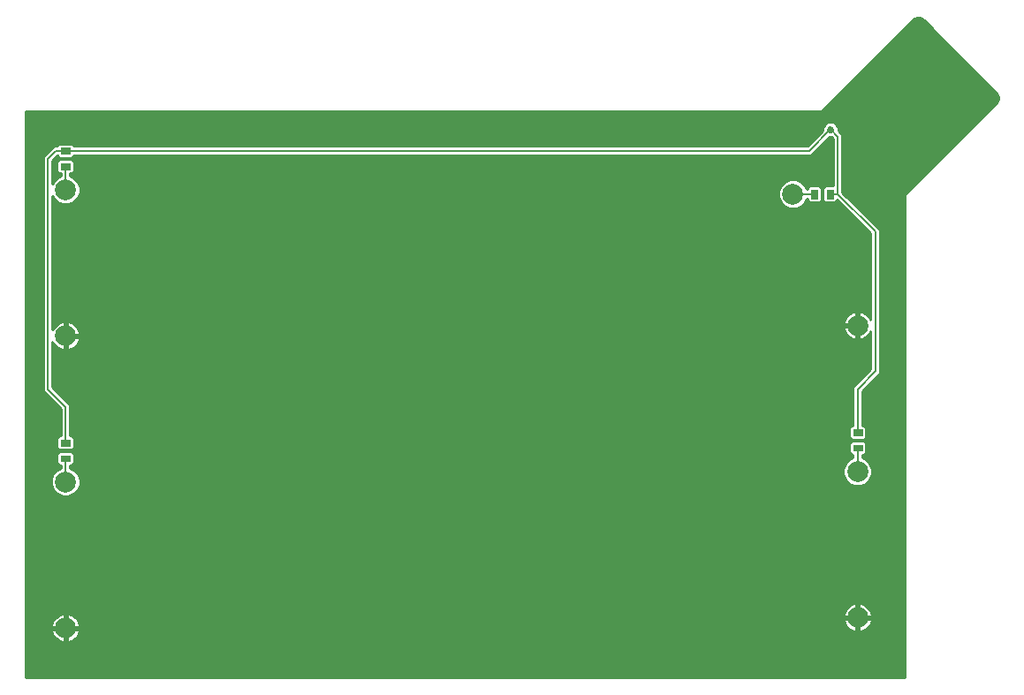
<source format=gbl>
G75*
G70*
%OFA0B0*%
%FSLAX24Y24*%
%IPPOS*%
%LPD*%
%AMOC8*
5,1,8,0,0,1.08239X$1,22.5*
%
%ADD10C,0.0024*%
%ADD11C,0.0787*%
%ADD12C,0.0100*%
%ADD13C,0.0270*%
%ADD14C,0.0050*%
D10*
X020256Y027737D02*
X020256Y027949D01*
X020586Y027949D01*
X020586Y027737D01*
X020256Y027737D01*
X020256Y027760D02*
X020586Y027760D01*
X020586Y027783D02*
X020256Y027783D01*
X020256Y027806D02*
X020586Y027806D01*
X020586Y027829D02*
X020256Y027829D01*
X020256Y027852D02*
X020586Y027852D01*
X020586Y027875D02*
X020256Y027875D01*
X020256Y027898D02*
X020586Y027898D01*
X020586Y027921D02*
X020256Y027921D01*
X020256Y027944D02*
X020586Y027944D01*
X020256Y028327D02*
X020256Y028539D01*
X020586Y028539D01*
X020586Y028327D01*
X020256Y028327D01*
X020256Y028350D02*
X020586Y028350D01*
X020586Y028373D02*
X020256Y028373D01*
X020256Y028396D02*
X020586Y028396D01*
X020586Y028419D02*
X020256Y028419D01*
X020256Y028442D02*
X020586Y028442D01*
X020586Y028465D02*
X020256Y028465D01*
X020256Y028488D02*
X020586Y028488D01*
X020586Y028511D02*
X020256Y028511D01*
X020256Y028534D02*
X020586Y028534D01*
X020256Y038760D02*
X020256Y038972D01*
X020586Y038972D01*
X020586Y038760D01*
X020256Y038760D01*
X020256Y038783D02*
X020586Y038783D01*
X020586Y038806D02*
X020256Y038806D01*
X020256Y038829D02*
X020586Y038829D01*
X020586Y038852D02*
X020256Y038852D01*
X020256Y038875D02*
X020586Y038875D01*
X020586Y038898D02*
X020256Y038898D01*
X020256Y038921D02*
X020586Y038921D01*
X020586Y038944D02*
X020256Y038944D01*
X020256Y038967D02*
X020586Y038967D01*
X020256Y039351D02*
X020256Y039563D01*
X020586Y039563D01*
X020586Y039351D01*
X020256Y039351D01*
X020256Y039374D02*
X020586Y039374D01*
X020586Y039397D02*
X020256Y039397D01*
X020256Y039420D02*
X020586Y039420D01*
X020586Y039443D02*
X020256Y039443D01*
X020256Y039466D02*
X020586Y039466D01*
X020586Y039489D02*
X020256Y039489D01*
X020256Y039512D02*
X020586Y039512D01*
X020586Y039535D02*
X020256Y039535D01*
X020256Y039558D02*
X020586Y039558D01*
X048563Y037988D02*
X048775Y037988D01*
X048775Y037658D01*
X048563Y037658D01*
X048563Y037988D01*
X048563Y037681D02*
X048775Y037681D01*
X048775Y037704D02*
X048563Y037704D01*
X048563Y037727D02*
X048775Y037727D01*
X048775Y037750D02*
X048563Y037750D01*
X048563Y037773D02*
X048775Y037773D01*
X048775Y037796D02*
X048563Y037796D01*
X048563Y037819D02*
X048775Y037819D01*
X048775Y037842D02*
X048563Y037842D01*
X048563Y037865D02*
X048775Y037865D01*
X048775Y037888D02*
X048563Y037888D01*
X048563Y037911D02*
X048775Y037911D01*
X048775Y037934D02*
X048563Y037934D01*
X048563Y037957D02*
X048775Y037957D01*
X048775Y037980D02*
X048563Y037980D01*
X049154Y037988D02*
X049366Y037988D01*
X049366Y037658D01*
X049154Y037658D01*
X049154Y037988D01*
X049154Y037681D02*
X049366Y037681D01*
X049366Y037704D02*
X049154Y037704D01*
X049154Y037727D02*
X049366Y037727D01*
X049366Y037750D02*
X049154Y037750D01*
X049154Y037773D02*
X049366Y037773D01*
X049366Y037796D02*
X049154Y037796D01*
X049154Y037819D02*
X049366Y037819D01*
X049366Y037842D02*
X049154Y037842D01*
X049154Y037865D02*
X049366Y037865D01*
X049366Y037888D02*
X049154Y037888D01*
X049154Y037911D02*
X049366Y037911D01*
X049366Y037934D02*
X049154Y037934D01*
X049154Y037957D02*
X049366Y037957D01*
X049366Y037980D02*
X049154Y037980D01*
X050138Y028933D02*
X050138Y028721D01*
X050138Y028933D02*
X050468Y028933D01*
X050468Y028721D01*
X050138Y028721D01*
X050138Y028744D02*
X050468Y028744D01*
X050468Y028767D02*
X050138Y028767D01*
X050138Y028790D02*
X050468Y028790D01*
X050468Y028813D02*
X050138Y028813D01*
X050138Y028836D02*
X050468Y028836D01*
X050468Y028859D02*
X050138Y028859D01*
X050138Y028882D02*
X050468Y028882D01*
X050468Y028905D02*
X050138Y028905D01*
X050138Y028928D02*
X050468Y028928D01*
X050138Y028342D02*
X050138Y028130D01*
X050138Y028342D02*
X050468Y028342D01*
X050468Y028130D01*
X050138Y028130D01*
X050138Y028153D02*
X050468Y028153D01*
X050468Y028176D02*
X050138Y028176D01*
X050138Y028199D02*
X050468Y028199D01*
X050468Y028222D02*
X050138Y028222D01*
X050138Y028245D02*
X050468Y028245D01*
X050468Y028268D02*
X050138Y028268D01*
X050138Y028291D02*
X050468Y028291D01*
X050468Y028314D02*
X050138Y028314D01*
X050138Y028337D02*
X050468Y028337D01*
D11*
X050303Y027350D03*
X050303Y021839D03*
X050303Y032862D03*
X047862Y037823D03*
X020421Y037980D03*
X020421Y032469D03*
X020421Y026957D03*
X020421Y021445D03*
D12*
X018918Y019587D02*
X018918Y040941D01*
X048948Y040941D01*
X052414Y044407D01*
X052451Y044437D01*
X052539Y044474D01*
X052634Y044474D01*
X052722Y044437D01*
X052759Y044407D01*
X052785Y044381D01*
X052803Y044363D01*
X055549Y041617D01*
X055579Y041580D01*
X055615Y041492D01*
X055615Y041397D01*
X055579Y041309D01*
X055549Y041273D01*
X055505Y041229D01*
X052082Y037806D01*
X052082Y019587D01*
X018918Y019587D01*
X018918Y019609D02*
X052082Y019609D01*
X052082Y019708D02*
X018918Y019708D01*
X018918Y019806D02*
X052082Y019806D01*
X052082Y019905D02*
X018918Y019905D01*
X018918Y020003D02*
X052082Y020003D01*
X052082Y020102D02*
X018918Y020102D01*
X018918Y020200D02*
X052082Y020200D01*
X052082Y020299D02*
X018918Y020299D01*
X018918Y020397D02*
X052082Y020397D01*
X052082Y020496D02*
X018918Y020496D01*
X018918Y020594D02*
X052082Y020594D01*
X052082Y020693D02*
X018918Y020693D01*
X018918Y020791D02*
X052082Y020791D01*
X052082Y020890D02*
X018918Y020890D01*
X018918Y020988D02*
X020125Y020988D01*
X020136Y020980D02*
X020213Y020941D01*
X020294Y020915D01*
X020371Y020902D01*
X020371Y021078D01*
X020471Y021078D01*
X020471Y020902D01*
X020549Y020915D01*
X020630Y020941D01*
X020706Y020980D01*
X020775Y021030D01*
X020836Y021091D01*
X020886Y021160D01*
X020925Y021236D01*
X020952Y021318D01*
X020964Y021395D01*
X020788Y021395D01*
X020788Y021495D01*
X020964Y021495D01*
X020952Y021572D01*
X020925Y021654D01*
X020886Y021730D01*
X020836Y021799D01*
X020775Y021860D01*
X020706Y021910D01*
X020630Y021949D01*
X020549Y021975D01*
X020471Y021987D01*
X020471Y021811D01*
X020371Y021811D01*
X020371Y021987D01*
X020294Y021975D01*
X020213Y021949D01*
X020136Y021910D01*
X020067Y021860D01*
X020007Y021799D01*
X019956Y021730D01*
X019917Y021654D01*
X019891Y021572D01*
X019879Y021495D01*
X020055Y021495D01*
X020055Y021395D01*
X019879Y021395D01*
X019891Y021318D01*
X019917Y021236D01*
X019956Y021160D01*
X020007Y021091D01*
X020067Y021030D01*
X020136Y020980D01*
X020011Y021087D02*
X018918Y021087D01*
X018918Y021185D02*
X019943Y021185D01*
X019902Y021284D02*
X018918Y021284D01*
X018918Y021382D02*
X019881Y021382D01*
X019893Y021579D02*
X018918Y021579D01*
X018918Y021481D02*
X020055Y021481D01*
X019930Y021678D02*
X018918Y021678D01*
X018918Y021776D02*
X019990Y021776D01*
X020088Y021875D02*
X018918Y021875D01*
X018918Y021973D02*
X020287Y021973D01*
X020371Y021973D02*
X020471Y021973D01*
X020555Y021973D02*
X049775Y021973D01*
X049773Y021966D02*
X049761Y021889D01*
X049937Y021889D01*
X049937Y021789D01*
X049761Y021789D01*
X049773Y021711D01*
X049799Y021630D01*
X049838Y021554D01*
X049888Y021484D01*
X049949Y021424D01*
X050018Y021374D01*
X050094Y021335D01*
X050176Y021308D01*
X050253Y021296D01*
X050253Y021472D01*
X050353Y021472D01*
X050353Y021296D01*
X050430Y021308D01*
X050512Y021335D01*
X050588Y021374D01*
X050657Y021424D01*
X050718Y021484D01*
X050768Y021554D01*
X050807Y021630D01*
X050833Y021711D01*
X050846Y021789D01*
X050670Y021789D01*
X050670Y021889D01*
X050846Y021889D01*
X050833Y021966D01*
X050807Y022047D01*
X050768Y022124D01*
X050718Y022193D01*
X050657Y022253D01*
X050588Y022304D01*
X050512Y022342D01*
X050430Y022369D01*
X050353Y022381D01*
X050353Y022205D01*
X050253Y022205D01*
X050253Y022381D01*
X050176Y022369D01*
X050094Y022342D01*
X050018Y022304D01*
X049949Y022253D01*
X049888Y022193D01*
X049838Y022124D01*
X049799Y022047D01*
X049773Y021966D01*
X049812Y022072D02*
X018918Y022072D01*
X018918Y022170D02*
X049872Y022170D01*
X049970Y022269D02*
X018918Y022269D01*
X018918Y022367D02*
X050170Y022367D01*
X050253Y022367D02*
X050353Y022367D01*
X050436Y022367D02*
X052082Y022367D01*
X052082Y022269D02*
X050636Y022269D01*
X050734Y022170D02*
X052082Y022170D01*
X052082Y022072D02*
X050795Y022072D01*
X050831Y021973D02*
X052082Y021973D01*
X052082Y021875D02*
X050670Y021875D01*
X050844Y021776D02*
X052082Y021776D01*
X052082Y021678D02*
X050823Y021678D01*
X050781Y021579D02*
X052082Y021579D01*
X052082Y021481D02*
X050714Y021481D01*
X050600Y021382D02*
X052082Y021382D01*
X052082Y021284D02*
X020941Y021284D01*
X020962Y021382D02*
X050007Y021382D01*
X049892Y021481D02*
X020788Y021481D01*
X020949Y021579D02*
X049825Y021579D01*
X049784Y021678D02*
X020913Y021678D01*
X020853Y021776D02*
X049763Y021776D01*
X049937Y021875D02*
X020755Y021875D01*
X020471Y021875D02*
X020371Y021875D01*
X020899Y021185D02*
X052082Y021185D01*
X052082Y021087D02*
X020832Y021087D01*
X020717Y020988D02*
X052082Y020988D01*
X050353Y021382D02*
X050253Y021382D01*
X050253Y022269D02*
X050353Y022269D01*
X052082Y022466D02*
X018918Y022466D01*
X018918Y022564D02*
X052082Y022564D01*
X052082Y022663D02*
X018918Y022663D01*
X018918Y022761D02*
X052082Y022761D01*
X052082Y022860D02*
X018918Y022860D01*
X018918Y022958D02*
X052082Y022958D01*
X052082Y023057D02*
X018918Y023057D01*
X018918Y023155D02*
X052082Y023155D01*
X052082Y023254D02*
X018918Y023254D01*
X018918Y023352D02*
X052082Y023352D01*
X052082Y023451D02*
X018918Y023451D01*
X018918Y023549D02*
X052082Y023549D01*
X052082Y023648D02*
X018918Y023648D01*
X018918Y023746D02*
X052082Y023746D01*
X052082Y023845D02*
X018918Y023845D01*
X018918Y023943D02*
X052082Y023943D01*
X052082Y024042D02*
X018918Y024042D01*
X018918Y024140D02*
X052082Y024140D01*
X052082Y024239D02*
X018918Y024239D01*
X018918Y024337D02*
X052082Y024337D01*
X052082Y024436D02*
X018918Y024436D01*
X018918Y024534D02*
X052082Y024534D01*
X052082Y024633D02*
X018918Y024633D01*
X018918Y024731D02*
X052082Y024731D01*
X052082Y024830D02*
X018918Y024830D01*
X018918Y024928D02*
X052082Y024928D01*
X052082Y025027D02*
X018918Y025027D01*
X018918Y025125D02*
X052082Y025125D01*
X052082Y025224D02*
X018918Y025224D01*
X018918Y025322D02*
X052082Y025322D01*
X052082Y025421D02*
X018918Y025421D01*
X018918Y025519D02*
X052082Y025519D01*
X052082Y025618D02*
X018918Y025618D01*
X018918Y025716D02*
X052082Y025716D01*
X052082Y025815D02*
X018918Y025815D01*
X018918Y025913D02*
X052082Y025913D01*
X052082Y026012D02*
X018918Y026012D01*
X018918Y026110D02*
X052082Y026110D01*
X052082Y026209D02*
X018918Y026209D01*
X018918Y026307D02*
X052082Y026307D01*
X052082Y026406D02*
X018918Y026406D01*
X018918Y026504D02*
X020105Y026504D01*
X020113Y026496D02*
X020313Y026413D01*
X020529Y026413D01*
X020729Y026496D01*
X020882Y026649D01*
X020965Y026849D01*
X020965Y027065D01*
X020882Y027265D01*
X020729Y027418D01*
X020596Y027473D01*
X020596Y027574D01*
X020654Y027574D01*
X020748Y027669D01*
X020748Y028016D01*
X020654Y028111D01*
X020189Y028111D01*
X020094Y028016D01*
X020094Y027669D01*
X020189Y027574D01*
X020246Y027574D01*
X020246Y027473D01*
X020113Y027418D01*
X019960Y027265D01*
X019878Y027065D01*
X019878Y026849D01*
X019960Y026649D01*
X020113Y026496D01*
X020006Y026603D02*
X018918Y026603D01*
X018918Y026701D02*
X019939Y026701D01*
X019898Y026800D02*
X018918Y026800D01*
X018918Y026898D02*
X019878Y026898D01*
X019878Y026997D02*
X018918Y026997D01*
X018918Y027095D02*
X019890Y027095D01*
X019931Y027194D02*
X018918Y027194D01*
X018918Y027292D02*
X019988Y027292D01*
X020086Y027391D02*
X018918Y027391D01*
X018918Y027489D02*
X020246Y027489D01*
X020176Y027588D02*
X018918Y027588D01*
X018918Y027686D02*
X020094Y027686D01*
X020094Y027785D02*
X018918Y027785D01*
X018918Y027883D02*
X020094Y027883D01*
X020094Y027982D02*
X018918Y027982D01*
X018918Y028080D02*
X020158Y028080D01*
X020189Y028165D02*
X020654Y028165D01*
X020748Y028260D01*
X020748Y028606D01*
X020654Y028701D01*
X020596Y028701D01*
X020596Y029864D01*
X019927Y030533D01*
X019927Y032241D01*
X019956Y032184D01*
X020007Y032114D01*
X020067Y032054D01*
X020136Y032003D01*
X020213Y031965D01*
X020294Y031938D01*
X020371Y031926D01*
X020371Y032102D01*
X020471Y032102D01*
X020471Y031926D01*
X020549Y031938D01*
X020630Y031965D01*
X020706Y032003D01*
X020775Y032054D01*
X020836Y032114D01*
X020886Y032184D01*
X020925Y032260D01*
X020952Y032341D01*
X020964Y032419D01*
X020788Y032419D01*
X020788Y032519D01*
X020964Y032519D01*
X020952Y032596D01*
X020925Y032677D01*
X020886Y032753D01*
X020836Y032823D01*
X020775Y032883D01*
X020706Y032934D01*
X020630Y032972D01*
X020549Y032999D01*
X020471Y033011D01*
X020471Y032835D01*
X020371Y032835D01*
X020371Y033011D01*
X020294Y032999D01*
X020213Y032972D01*
X020136Y032934D01*
X020067Y032883D01*
X020007Y032823D01*
X019956Y032753D01*
X019927Y032696D01*
X019927Y037753D01*
X019960Y037672D01*
X020113Y037519D01*
X020313Y037437D01*
X020529Y037437D01*
X020729Y037519D01*
X020882Y037672D01*
X020965Y037872D01*
X020965Y038088D01*
X020882Y038288D01*
X020729Y038441D01*
X020596Y038496D01*
X020596Y038598D01*
X020654Y038598D01*
X020748Y038693D01*
X020748Y039039D01*
X020654Y039134D01*
X020189Y039134D01*
X020094Y039039D01*
X020094Y038693D01*
X020189Y038598D01*
X020246Y038598D01*
X020246Y038496D01*
X020113Y038441D01*
X019960Y038288D01*
X019927Y038208D01*
X019927Y039089D01*
X020108Y039270D01*
X020189Y039189D01*
X020654Y039189D01*
X020747Y039282D01*
X048545Y039282D01*
X048647Y039384D01*
X049237Y039974D01*
X049322Y039974D01*
X049380Y039916D01*
X049380Y038150D01*
X049087Y038150D01*
X048992Y038055D01*
X048992Y037590D01*
X049087Y037496D01*
X049433Y037496D01*
X049528Y037590D01*
X049528Y037603D01*
X050797Y036333D01*
X050797Y033090D01*
X050768Y033147D01*
X050718Y033216D01*
X050657Y033277D01*
X050588Y033327D01*
X050512Y033366D01*
X050430Y033393D01*
X050353Y033405D01*
X050353Y033229D01*
X050253Y033229D01*
X050253Y033405D01*
X050176Y033393D01*
X050094Y033366D01*
X050018Y033327D01*
X049949Y033277D01*
X049888Y033216D01*
X049838Y033147D01*
X049799Y033071D01*
X049773Y032990D01*
X049761Y032912D01*
X049937Y032912D01*
X049937Y032812D01*
X049761Y032812D01*
X049773Y032735D01*
X049799Y032653D01*
X049838Y032577D01*
X049888Y032508D01*
X049949Y032447D01*
X050018Y032397D01*
X050094Y032358D01*
X050176Y032332D01*
X050253Y032320D01*
X050253Y032496D01*
X050353Y032496D01*
X050353Y032320D01*
X050430Y032332D01*
X050512Y032358D01*
X050588Y032397D01*
X050657Y032447D01*
X050718Y032508D01*
X050768Y032577D01*
X050797Y032635D01*
X050797Y031202D01*
X050128Y030533D01*
X050128Y029095D01*
X050071Y029095D01*
X049976Y029000D01*
X049976Y028653D01*
X050071Y028559D01*
X050536Y028559D01*
X050630Y028653D01*
X050630Y029000D01*
X050536Y029095D01*
X050478Y029095D01*
X050478Y030388D01*
X051045Y030955D01*
X051147Y031057D01*
X051147Y036478D01*
X049730Y037895D01*
X049730Y040061D01*
X049628Y040163D01*
X049628Y040163D01*
X049565Y040226D01*
X049565Y040316D01*
X049521Y040421D01*
X049441Y040501D01*
X049336Y040544D01*
X049223Y040544D01*
X049118Y040501D01*
X049038Y040421D01*
X048995Y040316D01*
X048995Y040226D01*
X048400Y039632D01*
X020747Y039632D01*
X020654Y039725D01*
X020189Y039725D01*
X020096Y039632D01*
X019975Y039632D01*
X019872Y039529D01*
X019577Y039234D01*
X019577Y030388D01*
X019679Y030286D01*
X020246Y029719D01*
X020246Y028701D01*
X020189Y028701D01*
X020094Y028606D01*
X020094Y028260D01*
X020189Y028165D01*
X020175Y028179D02*
X018918Y028179D01*
X018918Y028277D02*
X020094Y028277D01*
X020094Y028376D02*
X018918Y028376D01*
X018918Y028474D02*
X020094Y028474D01*
X020094Y028573D02*
X018918Y028573D01*
X018918Y028671D02*
X020159Y028671D01*
X020246Y028770D02*
X018918Y028770D01*
X018918Y028868D02*
X020246Y028868D01*
X020246Y028967D02*
X018918Y028967D01*
X018918Y029065D02*
X020246Y029065D01*
X020246Y029164D02*
X018918Y029164D01*
X018918Y029262D02*
X020246Y029262D01*
X020246Y029361D02*
X018918Y029361D01*
X018918Y029459D02*
X020246Y029459D01*
X020246Y029558D02*
X018918Y029558D01*
X018918Y029656D02*
X020246Y029656D01*
X020211Y029755D02*
X018918Y029755D01*
X018918Y029853D02*
X020112Y029853D01*
X020014Y029952D02*
X018918Y029952D01*
X018918Y030050D02*
X019915Y030050D01*
X019817Y030149D02*
X018918Y030149D01*
X018918Y030247D02*
X019718Y030247D01*
X019620Y030346D02*
X018918Y030346D01*
X018918Y030444D02*
X019577Y030444D01*
X019577Y030543D02*
X018918Y030543D01*
X018918Y030641D02*
X019577Y030641D01*
X019577Y030740D02*
X018918Y030740D01*
X018918Y030838D02*
X019577Y030838D01*
X019577Y030937D02*
X018918Y030937D01*
X018918Y031035D02*
X019577Y031035D01*
X019577Y031134D02*
X018918Y031134D01*
X018918Y031232D02*
X019577Y031232D01*
X019577Y031331D02*
X018918Y031331D01*
X018918Y031429D02*
X019577Y031429D01*
X019577Y031528D02*
X018918Y031528D01*
X018918Y031626D02*
X019577Y031626D01*
X019577Y031725D02*
X018918Y031725D01*
X018918Y031823D02*
X019577Y031823D01*
X019577Y031922D02*
X018918Y031922D01*
X018918Y032020D02*
X019577Y032020D01*
X019577Y032119D02*
X018918Y032119D01*
X018918Y032217D02*
X019577Y032217D01*
X019577Y032316D02*
X018918Y032316D01*
X018918Y032414D02*
X019577Y032414D01*
X019577Y032513D02*
X018918Y032513D01*
X018918Y032611D02*
X019577Y032611D01*
X019577Y032710D02*
X018918Y032710D01*
X018918Y032808D02*
X019577Y032808D01*
X019577Y032907D02*
X018918Y032907D01*
X018918Y033005D02*
X019577Y033005D01*
X019577Y033104D02*
X018918Y033104D01*
X018918Y033202D02*
X019577Y033202D01*
X019577Y033301D02*
X018918Y033301D01*
X018918Y033399D02*
X019577Y033399D01*
X019577Y033498D02*
X018918Y033498D01*
X018918Y033596D02*
X019577Y033596D01*
X019577Y033695D02*
X018918Y033695D01*
X018918Y033793D02*
X019577Y033793D01*
X019577Y033892D02*
X018918Y033892D01*
X018918Y033990D02*
X019577Y033990D01*
X019577Y034089D02*
X018918Y034089D01*
X018918Y034187D02*
X019577Y034187D01*
X019577Y034286D02*
X018918Y034286D01*
X018918Y034384D02*
X019577Y034384D01*
X019577Y034483D02*
X018918Y034483D01*
X018918Y034581D02*
X019577Y034581D01*
X019577Y034680D02*
X018918Y034680D01*
X018918Y034778D02*
X019577Y034778D01*
X019577Y034877D02*
X018918Y034877D01*
X018918Y034975D02*
X019577Y034975D01*
X019577Y035074D02*
X018918Y035074D01*
X018918Y035172D02*
X019577Y035172D01*
X019577Y035271D02*
X018918Y035271D01*
X018918Y035369D02*
X019577Y035369D01*
X019577Y035468D02*
X018918Y035468D01*
X018918Y035566D02*
X019577Y035566D01*
X019577Y035665D02*
X018918Y035665D01*
X018918Y035763D02*
X019577Y035763D01*
X019577Y035862D02*
X018918Y035862D01*
X018918Y035960D02*
X019577Y035960D01*
X019577Y036059D02*
X018918Y036059D01*
X018918Y036157D02*
X019577Y036157D01*
X019577Y036256D02*
X018918Y036256D01*
X018918Y036354D02*
X019577Y036354D01*
X019577Y036453D02*
X018918Y036453D01*
X018918Y036551D02*
X019577Y036551D01*
X019577Y036650D02*
X018918Y036650D01*
X018918Y036748D02*
X019577Y036748D01*
X019577Y036847D02*
X018918Y036847D01*
X018918Y036945D02*
X019577Y036945D01*
X019577Y037044D02*
X018918Y037044D01*
X018918Y037142D02*
X019577Y037142D01*
X019577Y037241D02*
X018918Y037241D01*
X018918Y037339D02*
X019577Y037339D01*
X019577Y037438D02*
X018918Y037438D01*
X018918Y037536D02*
X019577Y037536D01*
X019577Y037635D02*
X018918Y037635D01*
X018918Y037733D02*
X019577Y037733D01*
X019577Y037832D02*
X018918Y037832D01*
X018918Y037930D02*
X019577Y037930D01*
X019577Y038029D02*
X018918Y038029D01*
X018918Y038127D02*
X019577Y038127D01*
X019577Y038226D02*
X018918Y038226D01*
X018918Y038324D02*
X019577Y038324D01*
X019577Y038423D02*
X018918Y038423D01*
X018918Y038521D02*
X019577Y038521D01*
X019577Y038620D02*
X018918Y038620D01*
X018918Y038718D02*
X019577Y038718D01*
X019577Y038817D02*
X018918Y038817D01*
X018918Y038915D02*
X019577Y038915D01*
X019577Y039014D02*
X018918Y039014D01*
X018918Y039112D02*
X019577Y039112D01*
X019577Y039211D02*
X018918Y039211D01*
X018918Y039309D02*
X019652Y039309D01*
X019751Y039408D02*
X018918Y039408D01*
X018918Y039506D02*
X019849Y039506D01*
X019948Y039605D02*
X018918Y039605D01*
X018918Y039703D02*
X020167Y039703D01*
X020167Y039211D02*
X020049Y039211D01*
X019950Y039112D02*
X020167Y039112D01*
X020094Y039014D02*
X019927Y039014D01*
X019927Y038915D02*
X020094Y038915D01*
X020094Y038817D02*
X019927Y038817D01*
X019927Y038718D02*
X020094Y038718D01*
X020167Y038620D02*
X019927Y038620D01*
X019927Y038521D02*
X020246Y038521D01*
X020095Y038423D02*
X019927Y038423D01*
X019927Y038324D02*
X019996Y038324D01*
X019934Y038226D02*
X019927Y038226D01*
X019927Y037733D02*
X019935Y037733D01*
X019927Y037635D02*
X019998Y037635D01*
X019927Y037536D02*
X020097Y037536D01*
X019927Y037438D02*
X020311Y037438D01*
X020532Y037438D02*
X047479Y037438D01*
X047554Y037362D02*
X047754Y037279D01*
X047970Y037279D01*
X048170Y037362D01*
X048323Y037515D01*
X048378Y037648D01*
X048401Y037648D01*
X048401Y037590D01*
X048496Y037496D01*
X048843Y037496D01*
X048937Y037590D01*
X048937Y038055D01*
X048843Y038150D01*
X048496Y038150D01*
X048401Y038055D01*
X048401Y037998D01*
X048378Y037998D01*
X048323Y038131D01*
X048170Y038284D01*
X047970Y038367D01*
X047754Y038367D01*
X047554Y038284D01*
X047401Y038131D01*
X047319Y037931D01*
X047319Y037715D01*
X047401Y037515D01*
X047554Y037362D01*
X047609Y037339D02*
X019927Y037339D01*
X019927Y037241D02*
X049890Y037241D01*
X049791Y037339D02*
X048115Y037339D01*
X048246Y037438D02*
X049693Y037438D01*
X049594Y037536D02*
X049474Y037536D01*
X049046Y037536D02*
X048883Y037536D01*
X048937Y037635D02*
X048992Y037635D01*
X048992Y037733D02*
X048937Y037733D01*
X048937Y037832D02*
X048992Y037832D01*
X048992Y037930D02*
X048937Y037930D01*
X048937Y038029D02*
X048992Y038029D01*
X049064Y038127D02*
X048866Y038127D01*
X048473Y038127D02*
X048325Y038127D01*
X048365Y038029D02*
X048401Y038029D01*
X048228Y038226D02*
X049380Y038226D01*
X049380Y038324D02*
X048073Y038324D01*
X047652Y038324D02*
X020846Y038324D01*
X020908Y038226D02*
X047496Y038226D01*
X047400Y038127D02*
X020949Y038127D01*
X020965Y038029D02*
X047359Y038029D01*
X047319Y037930D02*
X020965Y037930D01*
X020948Y037832D02*
X047319Y037832D01*
X047319Y037733D02*
X020907Y037733D01*
X020844Y037635D02*
X047352Y037635D01*
X047392Y037536D02*
X020746Y037536D01*
X020748Y038423D02*
X049380Y038423D01*
X049380Y038521D02*
X020596Y038521D01*
X020675Y038620D02*
X049380Y038620D01*
X049380Y038718D02*
X020748Y038718D01*
X020748Y038817D02*
X049380Y038817D01*
X049380Y038915D02*
X020748Y038915D01*
X020748Y039014D02*
X049380Y039014D01*
X049380Y039112D02*
X020676Y039112D01*
X020676Y039211D02*
X049380Y039211D01*
X049380Y039309D02*
X048572Y039309D01*
X048647Y039384D02*
X048647Y039384D01*
X048671Y039408D02*
X049380Y039408D01*
X049380Y039506D02*
X048769Y039506D01*
X048868Y039605D02*
X049380Y039605D01*
X049380Y039703D02*
X048966Y039703D01*
X049065Y039802D02*
X049380Y039802D01*
X049380Y039900D02*
X049163Y039900D01*
X048964Y040196D02*
X018918Y040196D01*
X018918Y040294D02*
X048995Y040294D01*
X049026Y040393D02*
X018918Y040393D01*
X018918Y040491D02*
X049108Y040491D01*
X049451Y040491D02*
X054767Y040491D01*
X054669Y040393D02*
X049533Y040393D01*
X049565Y040294D02*
X054570Y040294D01*
X054472Y040196D02*
X049595Y040196D01*
X049694Y040097D02*
X054373Y040097D01*
X054275Y039999D02*
X049730Y039999D01*
X049730Y039900D02*
X054176Y039900D01*
X054078Y039802D02*
X049730Y039802D01*
X049730Y039703D02*
X053979Y039703D01*
X053881Y039605D02*
X049730Y039605D01*
X049730Y039506D02*
X053782Y039506D01*
X053684Y039408D02*
X049730Y039408D01*
X049730Y039309D02*
X053585Y039309D01*
X053487Y039211D02*
X049730Y039211D01*
X049730Y039112D02*
X053388Y039112D01*
X053290Y039014D02*
X049730Y039014D01*
X049730Y038915D02*
X053191Y038915D01*
X053093Y038817D02*
X049730Y038817D01*
X049730Y038718D02*
X052994Y038718D01*
X052896Y038620D02*
X049730Y038620D01*
X049730Y038521D02*
X052797Y038521D01*
X052699Y038423D02*
X049730Y038423D01*
X049730Y038324D02*
X052600Y038324D01*
X052502Y038226D02*
X049730Y038226D01*
X049730Y038127D02*
X052403Y038127D01*
X052305Y038029D02*
X049730Y038029D01*
X049730Y037930D02*
X052206Y037930D01*
X052108Y037832D02*
X049794Y037832D01*
X049892Y037733D02*
X052082Y037733D01*
X052082Y037635D02*
X049991Y037635D01*
X050089Y037536D02*
X052082Y037536D01*
X052082Y037438D02*
X050188Y037438D01*
X050286Y037339D02*
X052082Y037339D01*
X052082Y037241D02*
X050385Y037241D01*
X050483Y037142D02*
X052082Y037142D01*
X052082Y037044D02*
X050582Y037044D01*
X050680Y036945D02*
X052082Y036945D01*
X052082Y036847D02*
X050779Y036847D01*
X050877Y036748D02*
X052082Y036748D01*
X052082Y036650D02*
X050976Y036650D01*
X051074Y036551D02*
X052082Y036551D01*
X052082Y036453D02*
X051147Y036453D01*
X051147Y036354D02*
X052082Y036354D01*
X052082Y036256D02*
X051147Y036256D01*
X051147Y036157D02*
X052082Y036157D01*
X052082Y036059D02*
X051147Y036059D01*
X051147Y035960D02*
X052082Y035960D01*
X052082Y035862D02*
X051147Y035862D01*
X051147Y035763D02*
X052082Y035763D01*
X052082Y035665D02*
X051147Y035665D01*
X051147Y035566D02*
X052082Y035566D01*
X052082Y035468D02*
X051147Y035468D01*
X051147Y035369D02*
X052082Y035369D01*
X052082Y035271D02*
X051147Y035271D01*
X051147Y035172D02*
X052082Y035172D01*
X052082Y035074D02*
X051147Y035074D01*
X051147Y034975D02*
X052082Y034975D01*
X052082Y034877D02*
X051147Y034877D01*
X051147Y034778D02*
X052082Y034778D01*
X052082Y034680D02*
X051147Y034680D01*
X051147Y034581D02*
X052082Y034581D01*
X052082Y034483D02*
X051147Y034483D01*
X051147Y034384D02*
X052082Y034384D01*
X052082Y034286D02*
X051147Y034286D01*
X051147Y034187D02*
X052082Y034187D01*
X052082Y034089D02*
X051147Y034089D01*
X051147Y033990D02*
X052082Y033990D01*
X052082Y033892D02*
X051147Y033892D01*
X051147Y033793D02*
X052082Y033793D01*
X052082Y033695D02*
X051147Y033695D01*
X051147Y033596D02*
X052082Y033596D01*
X052082Y033498D02*
X051147Y033498D01*
X051147Y033399D02*
X052082Y033399D01*
X052082Y033301D02*
X051147Y033301D01*
X051147Y033202D02*
X052082Y033202D01*
X052082Y033104D02*
X051147Y033104D01*
X051147Y033005D02*
X052082Y033005D01*
X052082Y032907D02*
X051147Y032907D01*
X051147Y032808D02*
X052082Y032808D01*
X052082Y032710D02*
X051147Y032710D01*
X051147Y032611D02*
X052082Y032611D01*
X052082Y032513D02*
X051147Y032513D01*
X051147Y032414D02*
X052082Y032414D01*
X052082Y032316D02*
X051147Y032316D01*
X051147Y032217D02*
X052082Y032217D01*
X052082Y032119D02*
X051147Y032119D01*
X051147Y032020D02*
X052082Y032020D01*
X052082Y031922D02*
X051147Y031922D01*
X051147Y031823D02*
X052082Y031823D01*
X052082Y031725D02*
X051147Y031725D01*
X051147Y031626D02*
X052082Y031626D01*
X052082Y031528D02*
X051147Y031528D01*
X051147Y031429D02*
X052082Y031429D01*
X052082Y031331D02*
X051147Y031331D01*
X051147Y031232D02*
X052082Y031232D01*
X052082Y031134D02*
X051147Y031134D01*
X051125Y031035D02*
X052082Y031035D01*
X052082Y030937D02*
X051027Y030937D01*
X050928Y030838D02*
X052082Y030838D01*
X052082Y030740D02*
X050830Y030740D01*
X050731Y030641D02*
X052082Y030641D01*
X052082Y030543D02*
X050633Y030543D01*
X050534Y030444D02*
X052082Y030444D01*
X052082Y030346D02*
X050478Y030346D01*
X050478Y030247D02*
X052082Y030247D01*
X052082Y030149D02*
X050478Y030149D01*
X050478Y030050D02*
X052082Y030050D01*
X052082Y029952D02*
X050478Y029952D01*
X050478Y029853D02*
X052082Y029853D01*
X052082Y029755D02*
X050478Y029755D01*
X050478Y029656D02*
X052082Y029656D01*
X052082Y029558D02*
X050478Y029558D01*
X050478Y029459D02*
X052082Y029459D01*
X052082Y029361D02*
X050478Y029361D01*
X050478Y029262D02*
X052082Y029262D01*
X052082Y029164D02*
X050478Y029164D01*
X050565Y029065D02*
X052082Y029065D01*
X052082Y028967D02*
X050630Y028967D01*
X050630Y028868D02*
X052082Y028868D01*
X052082Y028770D02*
X050630Y028770D01*
X050630Y028671D02*
X052082Y028671D01*
X052082Y028573D02*
X050549Y028573D01*
X050536Y028504D02*
X050071Y028504D01*
X049976Y028410D01*
X049976Y028063D01*
X050071Y027968D01*
X050128Y027968D01*
X050128Y027866D01*
X049995Y027811D01*
X049842Y027658D01*
X049759Y027459D01*
X049759Y027242D01*
X049842Y027042D01*
X049995Y026889D01*
X050195Y026807D01*
X050411Y026807D01*
X050611Y026889D01*
X050764Y027042D01*
X050847Y027242D01*
X050847Y027459D01*
X050764Y027658D01*
X050611Y027811D01*
X050478Y027866D01*
X050478Y027968D01*
X050536Y027968D01*
X050630Y028063D01*
X050630Y028410D01*
X050536Y028504D01*
X050566Y028474D02*
X052082Y028474D01*
X052082Y028376D02*
X050630Y028376D01*
X050630Y028277D02*
X052082Y028277D01*
X052082Y028179D02*
X050630Y028179D01*
X050630Y028080D02*
X052082Y028080D01*
X052082Y027982D02*
X050549Y027982D01*
X050478Y027883D02*
X052082Y027883D01*
X052082Y027785D02*
X050638Y027785D01*
X050736Y027686D02*
X052082Y027686D01*
X052082Y027588D02*
X050793Y027588D01*
X050834Y027489D02*
X052082Y027489D01*
X052082Y027391D02*
X050847Y027391D01*
X050847Y027292D02*
X052082Y027292D01*
X052082Y027194D02*
X050827Y027194D01*
X050786Y027095D02*
X052082Y027095D01*
X052082Y026997D02*
X050718Y026997D01*
X050620Y026898D02*
X052082Y026898D01*
X052082Y026800D02*
X020945Y026800D01*
X020965Y026898D02*
X049987Y026898D01*
X049888Y026997D02*
X020965Y026997D01*
X020952Y027095D02*
X049820Y027095D01*
X049780Y027194D02*
X020912Y027194D01*
X020855Y027292D02*
X049759Y027292D01*
X049759Y027391D02*
X020756Y027391D01*
X020596Y027489D02*
X049772Y027489D01*
X049813Y027588D02*
X020667Y027588D01*
X020748Y027686D02*
X049870Y027686D01*
X049968Y027785D02*
X020748Y027785D01*
X020748Y027883D02*
X050128Y027883D01*
X050057Y027982D02*
X020748Y027982D01*
X020684Y028080D02*
X049976Y028080D01*
X049976Y028179D02*
X020667Y028179D01*
X020748Y028277D02*
X049976Y028277D01*
X049976Y028376D02*
X020748Y028376D01*
X020748Y028474D02*
X050041Y028474D01*
X050057Y028573D02*
X020748Y028573D01*
X020684Y028671D02*
X049976Y028671D01*
X049976Y028770D02*
X020596Y028770D01*
X020596Y028868D02*
X049976Y028868D01*
X049976Y028967D02*
X020596Y028967D01*
X020596Y029065D02*
X050041Y029065D01*
X050128Y029164D02*
X020596Y029164D01*
X020596Y029262D02*
X050128Y029262D01*
X050128Y029361D02*
X020596Y029361D01*
X020596Y029459D02*
X050128Y029459D01*
X050128Y029558D02*
X020596Y029558D01*
X020596Y029656D02*
X050128Y029656D01*
X050128Y029755D02*
X020596Y029755D01*
X020596Y029853D02*
X050128Y029853D01*
X050128Y029952D02*
X020509Y029952D01*
X020410Y030050D02*
X050128Y030050D01*
X050128Y030149D02*
X020312Y030149D01*
X020213Y030247D02*
X050128Y030247D01*
X050128Y030346D02*
X020115Y030346D01*
X020016Y030444D02*
X050128Y030444D01*
X050138Y030543D02*
X019927Y030543D01*
X019927Y030641D02*
X050236Y030641D01*
X050335Y030740D02*
X019927Y030740D01*
X019927Y030838D02*
X050433Y030838D01*
X050532Y030937D02*
X019927Y030937D01*
X019927Y031035D02*
X050630Y031035D01*
X050729Y031134D02*
X019927Y031134D01*
X019927Y031232D02*
X050797Y031232D01*
X050797Y031331D02*
X019927Y031331D01*
X019927Y031429D02*
X050797Y031429D01*
X050797Y031528D02*
X019927Y031528D01*
X019927Y031626D02*
X050797Y031626D01*
X050797Y031725D02*
X019927Y031725D01*
X019927Y031823D02*
X050797Y031823D01*
X050797Y031922D02*
X019927Y031922D01*
X019927Y032020D02*
X020113Y032020D01*
X020003Y032119D02*
X019927Y032119D01*
X019927Y032217D02*
X019939Y032217D01*
X020371Y032020D02*
X020471Y032020D01*
X020729Y032020D02*
X050797Y032020D01*
X050797Y032119D02*
X020839Y032119D01*
X020903Y032217D02*
X050797Y032217D01*
X050797Y032316D02*
X020943Y032316D01*
X020963Y032414D02*
X049995Y032414D01*
X049885Y032513D02*
X020788Y032513D01*
X020947Y032611D02*
X049821Y032611D01*
X049781Y032710D02*
X020909Y032710D01*
X020847Y032808D02*
X049761Y032808D01*
X049778Y033005D02*
X020509Y033005D01*
X020471Y033005D02*
X020371Y033005D01*
X020334Y033005D02*
X019927Y033005D01*
X019927Y032907D02*
X020099Y032907D01*
X019996Y032808D02*
X019927Y032808D01*
X019927Y032710D02*
X019934Y032710D01*
X019927Y033104D02*
X049816Y033104D01*
X049878Y033202D02*
X019927Y033202D01*
X019927Y033301D02*
X049982Y033301D01*
X050217Y033399D02*
X019927Y033399D01*
X019927Y033498D02*
X050797Y033498D01*
X050797Y033596D02*
X019927Y033596D01*
X019927Y033695D02*
X050797Y033695D01*
X050797Y033793D02*
X019927Y033793D01*
X019927Y033892D02*
X050797Y033892D01*
X050797Y033990D02*
X019927Y033990D01*
X019927Y034089D02*
X050797Y034089D01*
X050797Y034187D02*
X019927Y034187D01*
X019927Y034286D02*
X050797Y034286D01*
X050797Y034384D02*
X019927Y034384D01*
X019927Y034483D02*
X050797Y034483D01*
X050797Y034581D02*
X019927Y034581D01*
X019927Y034680D02*
X050797Y034680D01*
X050797Y034778D02*
X019927Y034778D01*
X019927Y034877D02*
X050797Y034877D01*
X050797Y034975D02*
X019927Y034975D01*
X019927Y035074D02*
X050797Y035074D01*
X050797Y035172D02*
X019927Y035172D01*
X019927Y035271D02*
X050797Y035271D01*
X050797Y035369D02*
X019927Y035369D01*
X019927Y035468D02*
X050797Y035468D01*
X050797Y035566D02*
X019927Y035566D01*
X019927Y035665D02*
X050797Y035665D01*
X050797Y035763D02*
X019927Y035763D01*
X019927Y035862D02*
X050797Y035862D01*
X050797Y035960D02*
X019927Y035960D01*
X019927Y036059D02*
X050797Y036059D01*
X050797Y036157D02*
X019927Y036157D01*
X019927Y036256D02*
X050797Y036256D01*
X050776Y036354D02*
X019927Y036354D01*
X019927Y036453D02*
X050678Y036453D01*
X050579Y036551D02*
X019927Y036551D01*
X019927Y036650D02*
X050481Y036650D01*
X050382Y036748D02*
X019927Y036748D01*
X019927Y036847D02*
X050284Y036847D01*
X050185Y036945D02*
X019927Y036945D01*
X019927Y037044D02*
X050087Y037044D01*
X049988Y037142D02*
X019927Y037142D01*
X020675Y039703D02*
X048471Y039703D01*
X048570Y039802D02*
X018918Y039802D01*
X018918Y039900D02*
X048668Y039900D01*
X048767Y039999D02*
X018918Y039999D01*
X018918Y040097D02*
X048865Y040097D01*
X048991Y040984D02*
X055260Y040984D01*
X055358Y041082D02*
X049090Y041082D01*
X049188Y041181D02*
X055457Y041181D01*
X055554Y041279D02*
X049287Y041279D01*
X049385Y041378D02*
X055607Y041378D01*
X055615Y041476D02*
X049484Y041476D01*
X049582Y041575D02*
X055581Y041575D01*
X055493Y041673D02*
X049681Y041673D01*
X049779Y041772D02*
X055394Y041772D01*
X055296Y041870D02*
X049878Y041870D01*
X049976Y041969D02*
X055197Y041969D01*
X055099Y042067D02*
X050075Y042067D01*
X050173Y042166D02*
X055000Y042166D01*
X054902Y042264D02*
X050272Y042264D01*
X050370Y042363D02*
X054803Y042363D01*
X054705Y042461D02*
X050469Y042461D01*
X050567Y042560D02*
X054606Y042560D01*
X054508Y042658D02*
X050666Y042658D01*
X050764Y042757D02*
X054409Y042757D01*
X054311Y042855D02*
X050863Y042855D01*
X050961Y042954D02*
X054212Y042954D01*
X054114Y043052D02*
X051060Y043052D01*
X051158Y043151D02*
X054015Y043151D01*
X053917Y043249D02*
X051257Y043249D01*
X051355Y043348D02*
X053818Y043348D01*
X053720Y043446D02*
X051454Y043446D01*
X051552Y043545D02*
X053621Y043545D01*
X053523Y043643D02*
X051651Y043643D01*
X051749Y043742D02*
X053424Y043742D01*
X053326Y043840D02*
X051848Y043840D01*
X051946Y043939D02*
X053227Y043939D01*
X053129Y044037D02*
X052045Y044037D01*
X052143Y044136D02*
X053030Y044136D01*
X052932Y044234D02*
X052242Y044234D01*
X052340Y044333D02*
X052833Y044333D01*
X052729Y044431D02*
X052444Y044431D01*
X055161Y040885D02*
X018918Y040885D01*
X018918Y040787D02*
X055063Y040787D01*
X054964Y040688D02*
X018918Y040688D01*
X018918Y040590D02*
X054866Y040590D01*
X048456Y037536D02*
X048332Y037536D01*
X048373Y037635D02*
X048401Y037635D01*
X050253Y033399D02*
X050353Y033399D01*
X050389Y033399D02*
X050797Y033399D01*
X050797Y033301D02*
X050625Y033301D01*
X050728Y033202D02*
X050797Y033202D01*
X050790Y033104D02*
X050797Y033104D01*
X050353Y033301D02*
X050253Y033301D01*
X049937Y032907D02*
X020743Y032907D01*
X020471Y032907D02*
X020371Y032907D01*
X020904Y026701D02*
X052082Y026701D01*
X052082Y026603D02*
X020836Y026603D01*
X020738Y026504D02*
X052082Y026504D01*
X050797Y032414D02*
X050611Y032414D01*
X050721Y032513D02*
X050797Y032513D01*
X050785Y032611D02*
X050797Y032611D01*
X050353Y032414D02*
X050253Y032414D01*
X020471Y020988D02*
X020371Y020988D01*
X019358Y021445D02*
X019201Y021602D01*
D13*
X019201Y021602D03*
X019201Y021169D03*
X019201Y020736D03*
X019201Y020303D03*
X019201Y019870D03*
X019634Y019870D03*
X020067Y019870D03*
X020500Y019870D03*
X020933Y019870D03*
X021366Y019870D03*
X021799Y019870D03*
X022232Y019870D03*
X022665Y019870D03*
X023098Y019870D03*
X023531Y019870D03*
X023965Y019870D03*
X024398Y019870D03*
X024831Y019870D03*
X025264Y019870D03*
X025697Y019870D03*
X026130Y019870D03*
X026563Y019870D03*
X026996Y019870D03*
X027429Y019870D03*
X027862Y019870D03*
X028295Y019870D03*
X028728Y019870D03*
X029161Y019870D03*
X029594Y019870D03*
X030028Y019870D03*
X030461Y019870D03*
X030894Y019870D03*
X031327Y019870D03*
X031760Y019870D03*
X032193Y019870D03*
X032626Y019870D03*
X033059Y019870D03*
X033492Y019870D03*
X033925Y019870D03*
X034358Y019870D03*
X034791Y019870D03*
X035224Y019870D03*
X035657Y019870D03*
X036091Y019870D03*
X036524Y019870D03*
X036957Y019870D03*
X037390Y019870D03*
X037823Y019870D03*
X038256Y019870D03*
X038689Y019870D03*
X039122Y019870D03*
X039555Y019870D03*
X039988Y019870D03*
X040421Y019870D03*
X040854Y019870D03*
X041287Y019870D03*
X041720Y019870D03*
X042154Y019870D03*
X042587Y019870D03*
X043020Y019870D03*
X043453Y019870D03*
X043886Y019870D03*
X044319Y019870D03*
X044752Y019870D03*
X045185Y019870D03*
X045618Y019870D03*
X046051Y019870D03*
X046484Y019870D03*
X046917Y019870D03*
X047350Y019870D03*
X047783Y019870D03*
X048217Y019870D03*
X048650Y019870D03*
X049083Y019870D03*
X049516Y019870D03*
X049949Y019870D03*
X050382Y019870D03*
X050815Y019870D03*
X051248Y019870D03*
X051681Y019870D03*
X051681Y020303D03*
X051681Y020736D03*
X051681Y021169D03*
X051681Y021602D03*
X051681Y022035D03*
X051681Y022469D03*
X051681Y022902D03*
X051681Y023335D03*
X051681Y023768D03*
X051681Y024201D03*
X051681Y024634D03*
X051681Y025067D03*
X051681Y025500D03*
X051681Y025933D03*
X051681Y026366D03*
X051681Y026799D03*
X051681Y027232D03*
X051681Y027665D03*
X051681Y028098D03*
X051681Y028531D03*
X051681Y028965D03*
X051681Y029398D03*
X051681Y029831D03*
X051681Y030264D03*
X051681Y030697D03*
X051681Y031130D03*
X051681Y031563D03*
X051681Y031996D03*
X051681Y032429D03*
X051681Y032862D03*
X051681Y033295D03*
X051681Y033728D03*
X051681Y034161D03*
X051681Y034594D03*
X051681Y035028D03*
X051681Y035461D03*
X051681Y035894D03*
X051681Y036327D03*
X051681Y036760D03*
X051681Y037193D03*
X049280Y040259D03*
X048650Y040657D03*
X048217Y040657D03*
X047783Y040657D03*
X047350Y040657D03*
X046917Y040657D03*
X046484Y040657D03*
X046051Y040657D03*
X045618Y040657D03*
X045185Y040657D03*
X044752Y040657D03*
X044319Y040657D03*
X043886Y040657D03*
X043453Y040657D03*
X043020Y040657D03*
X042587Y040657D03*
X042154Y040657D03*
X041720Y040657D03*
X041287Y040657D03*
X040854Y040657D03*
X040421Y040657D03*
X039988Y040657D03*
X039555Y040657D03*
X039122Y040657D03*
X038689Y040657D03*
X038256Y040657D03*
X037823Y040657D03*
X037390Y040657D03*
X036957Y040657D03*
X036524Y040657D03*
X036091Y040657D03*
X035657Y040657D03*
X035224Y040657D03*
X034791Y040657D03*
X034358Y040657D03*
X033925Y040657D03*
X033492Y040657D03*
X033059Y040657D03*
X032626Y040657D03*
X032193Y040657D03*
X031760Y040657D03*
X031327Y040657D03*
X030894Y040657D03*
X030461Y040657D03*
X030028Y040657D03*
X029594Y040657D03*
X029161Y040657D03*
X028728Y040657D03*
X028295Y040657D03*
X027862Y040657D03*
X027429Y040657D03*
X026996Y040657D03*
X026563Y040657D03*
X026130Y040657D03*
X025697Y040657D03*
X025264Y040657D03*
X024831Y040657D03*
X024398Y040657D03*
X023965Y040657D03*
X023531Y040657D03*
X023098Y040657D03*
X022665Y040657D03*
X022232Y040657D03*
X021799Y040657D03*
X021366Y040657D03*
X020933Y040657D03*
X020500Y040657D03*
X020067Y040657D03*
X019634Y040657D03*
X019201Y040657D03*
X019201Y040224D03*
X019201Y039791D03*
X019201Y039358D03*
X019201Y038925D03*
X019201Y038492D03*
X019201Y038059D03*
X019201Y037626D03*
X019201Y037193D03*
X019201Y036760D03*
X019201Y036327D03*
X019201Y035894D03*
X019201Y035461D03*
X019201Y035028D03*
X019201Y034594D03*
X019201Y034161D03*
X019201Y033728D03*
X019201Y033295D03*
X019201Y032862D03*
X019201Y032429D03*
X019201Y031996D03*
X019201Y031563D03*
X019201Y031130D03*
X019201Y030697D03*
X019201Y030264D03*
X019201Y029831D03*
X019201Y029398D03*
X019201Y028965D03*
X019201Y028531D03*
X019201Y028098D03*
X019201Y027665D03*
X019201Y027232D03*
X019201Y026799D03*
X019201Y026366D03*
X019201Y025933D03*
X019201Y025500D03*
X019201Y025067D03*
X019201Y024634D03*
X019201Y024201D03*
X019201Y023768D03*
X019201Y023335D03*
X019201Y022902D03*
X019201Y022469D03*
X019201Y022035D03*
D14*
X019358Y021445D02*
X020421Y021445D01*
X020421Y026957D02*
X020421Y027843D01*
X020421Y028433D02*
X020421Y029791D01*
X019752Y030461D01*
X019752Y039161D01*
X020047Y039457D01*
X020421Y039457D01*
X048472Y039457D01*
X049280Y040264D01*
X049555Y039988D01*
X049555Y037823D01*
X049260Y037823D01*
X049555Y037823D02*
X050972Y036406D01*
X050972Y031130D01*
X050303Y030461D01*
X050303Y028827D01*
X050303Y028236D02*
X050303Y027350D01*
X050303Y021839D02*
X050736Y021839D01*
X050303Y032862D02*
X049831Y032862D01*
X048669Y037823D02*
X047862Y037823D01*
X020421Y037980D02*
X020421Y038866D01*
X020421Y032469D02*
X020815Y032469D01*
M02*

</source>
